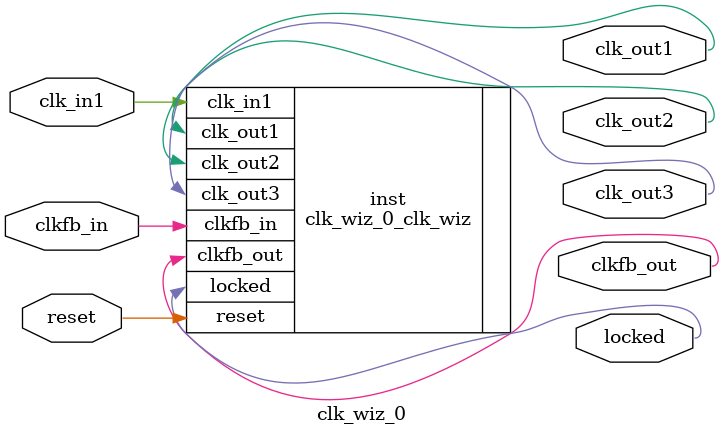
<source format=v>


`timescale 1ps/1ps

(* CORE_GENERATION_INFO = "clk_wiz_0,clk_wiz_v6_0_10_0_0,{component_name=clk_wiz_0,use_phase_alignment=true,use_min_o_jitter=false,use_max_i_jitter=false,use_dyn_phase_shift=false,use_inclk_switchover=false,use_dyn_reconfig=false,enable_axi=0,feedback_source=FDBK_ONCHIP,PRIMITIVE=MMCM,num_out_clk=3,clkin1_period=10.000,clkin2_period=10.000,use_power_down=false,use_reset=true,use_locked=true,use_inclk_stopped=false,feedback_type=SINGLE,CLOCK_MGR_TYPE=NA,manual_override=false}" *)

module clk_wiz_0 
 (
  input         clkfb_in,
  // Clock out ports
  output        clk_out1,
  output        clk_out2,
  output        clk_out3,
  output        clkfb_out,
  // Status and control signals
  input         reset,
  output        locked,
 // Clock in ports
  input         clk_in1
 );

  clk_wiz_0_clk_wiz inst
  (
  .clkfb_in(clkfb_in),
  // Clock out ports  
  .clk_out1(clk_out1),
  .clk_out2(clk_out2),
  .clk_out3(clk_out3),
  .clkfb_out(clkfb_out),
  // Status and control signals               
  .reset(reset), 
  .locked(locked),
 // Clock in ports
  .clk_in1(clk_in1)
  );

endmodule

</source>
